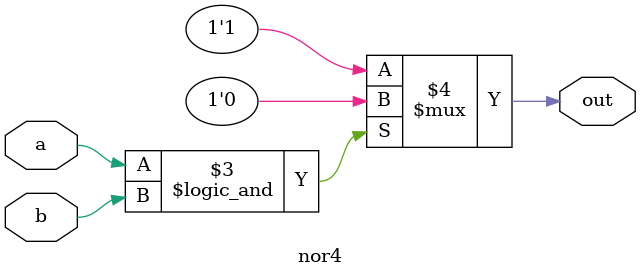
<source format=v>
module nor4 (
  input a,
  input b,
  output out
);

  assign out = (a == 1'b1 && b == 1'b1) ? 1'b0 : 1'b1; // NOR using conditional expression

endmodule

</source>
